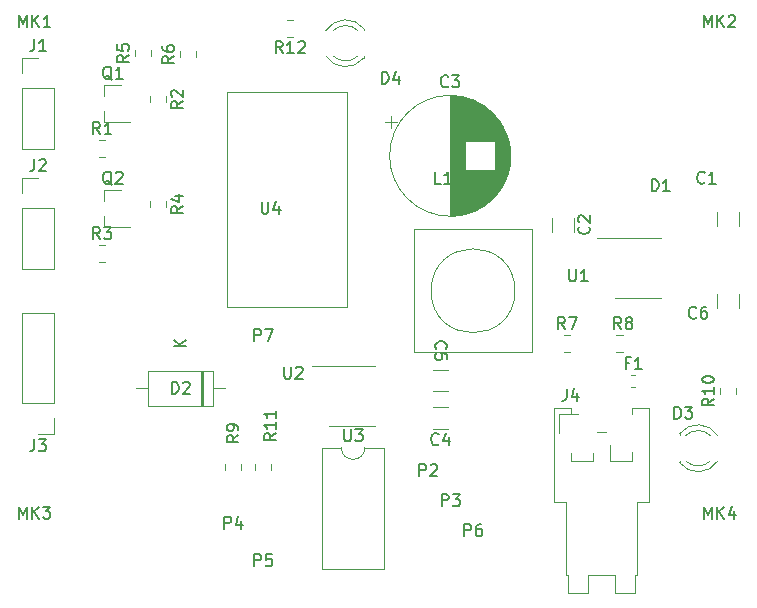
<source format=gto>
G04 #@! TF.GenerationSoftware,KiCad,Pcbnew,(5.1.5)-3*
G04 #@! TF.CreationDate,2020-03-15T22:36:38-07:00*
G04 #@! TF.ProjectId,pihat,70696861-742e-46b6-9963-61645f706362,rev?*
G04 #@! TF.SameCoordinates,Original*
G04 #@! TF.FileFunction,Legend,Top*
G04 #@! TF.FilePolarity,Positive*
%FSLAX46Y46*%
G04 Gerber Fmt 4.6, Leading zero omitted, Abs format (unit mm)*
G04 Created by KiCad (PCBNEW (5.1.5)-3) date 2020-03-15 22:36:38*
%MOMM*%
%LPD*%
G04 APERTURE LIST*
%ADD10C,0.120000*%
%ADD11C,0.150000*%
G04 APERTURE END LIST*
D10*
X229985000Y-125380000D02*
X219785000Y-125380000D01*
X229985000Y-107180000D02*
X229985000Y-125380000D01*
X219785000Y-107180000D02*
X229985000Y-107180000D01*
X219785000Y-125380000D02*
X219785000Y-107180000D01*
X235640000Y-128920000D02*
X235640000Y-129120000D01*
X245640000Y-128920000D02*
X245640000Y-129120000D01*
X235640000Y-118720000D02*
X240640000Y-118720000D01*
X235640000Y-128920000D02*
X235640000Y-118720000D01*
X245640000Y-129120000D02*
X235640000Y-129120000D01*
X245640000Y-118720000D02*
X245640000Y-128920000D01*
X240640000Y-118720000D02*
X245640000Y-118720000D01*
X244190000Y-123970000D02*
G75*
G03X244190000Y-123970000I-3550000J0D01*
G01*
X237280436Y-132495000D02*
X238484564Y-132495000D01*
X237280436Y-130675000D02*
X238484564Y-130675000D01*
X254610000Y-119500000D02*
X251160000Y-119500000D01*
X254610000Y-119500000D02*
X256560000Y-119500000D01*
X254610000Y-124620000D02*
X252660000Y-124620000D01*
X254610000Y-124620000D02*
X256560000Y-124620000D01*
X219610000Y-138613922D02*
X219610000Y-139131078D01*
X221030000Y-138613922D02*
X221030000Y-139131078D01*
X252778922Y-129120000D02*
X253296078Y-129120000D01*
X252778922Y-127700000D02*
X253296078Y-127700000D01*
X248333922Y-129120000D02*
X248851078Y-129120000D01*
X248333922Y-127700000D02*
X248851078Y-127700000D01*
X217220000Y-104206078D02*
X217220000Y-103688922D01*
X215800000Y-104206078D02*
X215800000Y-103688922D01*
X213410000Y-104098578D02*
X213410000Y-103581422D01*
X211990000Y-104098578D02*
X211990000Y-103581422D01*
X213260000Y-116388922D02*
X213260000Y-116906078D01*
X214680000Y-116388922D02*
X214680000Y-116906078D01*
X208963922Y-121500000D02*
X209481078Y-121500000D01*
X208963922Y-120080000D02*
X209481078Y-120080000D01*
X213260000Y-107498922D02*
X213260000Y-108016078D01*
X214680000Y-107498922D02*
X214680000Y-108016078D01*
X208963922Y-112610000D02*
X209481078Y-112610000D01*
X208963922Y-111190000D02*
X209481078Y-111190000D01*
X238484564Y-133850000D02*
X237280436Y-133850000D01*
X238484564Y-135670000D02*
X237280436Y-135670000D01*
X247350000Y-117777936D02*
X247350000Y-118982064D01*
X249170000Y-117777936D02*
X249170000Y-118982064D01*
X233130000Y-137240000D02*
X231480000Y-137240000D01*
X233130000Y-147520000D02*
X233130000Y-137240000D01*
X227830000Y-147520000D02*
X233130000Y-147520000D01*
X227830000Y-137240000D02*
X227830000Y-147520000D01*
X229480000Y-137240000D02*
X227830000Y-137240000D01*
X231480000Y-137240000D02*
G75*
G02X229480000Y-137240000I-1000000J0D01*
G01*
X233715354Y-109160000D02*
X233715354Y-110160000D01*
X233215354Y-109660000D02*
X234215354Y-109660000D01*
X243776000Y-111936000D02*
X243776000Y-113134000D01*
X243736000Y-111673000D02*
X243736000Y-113397000D01*
X243696000Y-111473000D02*
X243696000Y-113597000D01*
X243656000Y-111305000D02*
X243656000Y-113765000D01*
X243616000Y-111157000D02*
X243616000Y-113913000D01*
X243576000Y-111025000D02*
X243576000Y-114045000D01*
X243536000Y-110905000D02*
X243536000Y-114165000D01*
X243496000Y-110793000D02*
X243496000Y-114277000D01*
X243456000Y-110689000D02*
X243456000Y-114381000D01*
X243416000Y-110591000D02*
X243416000Y-114479000D01*
X243376000Y-110498000D02*
X243376000Y-114572000D01*
X243336000Y-110410000D02*
X243336000Y-114660000D01*
X243296000Y-110326000D02*
X243296000Y-114744000D01*
X243256000Y-110246000D02*
X243256000Y-114824000D01*
X243216000Y-110170000D02*
X243216000Y-114900000D01*
X243176000Y-110096000D02*
X243176000Y-114974000D01*
X243136000Y-110025000D02*
X243136000Y-115045000D01*
X243096000Y-109956000D02*
X243096000Y-115114000D01*
X243056000Y-109890000D02*
X243056000Y-115180000D01*
X243016000Y-109826000D02*
X243016000Y-115244000D01*
X242976000Y-109765000D02*
X242976000Y-115305000D01*
X242936000Y-109705000D02*
X242936000Y-115365000D01*
X242896000Y-109646000D02*
X242896000Y-115424000D01*
X242856000Y-109590000D02*
X242856000Y-115480000D01*
X242816000Y-109535000D02*
X242816000Y-115535000D01*
X242776000Y-109481000D02*
X242776000Y-115589000D01*
X242736000Y-109429000D02*
X242736000Y-115641000D01*
X242696000Y-109379000D02*
X242696000Y-115691000D01*
X242656000Y-109329000D02*
X242656000Y-115741000D01*
X242616000Y-109281000D02*
X242616000Y-115789000D01*
X242576000Y-109234000D02*
X242576000Y-115836000D01*
X242536000Y-109188000D02*
X242536000Y-115882000D01*
X242496000Y-109143000D02*
X242496000Y-115927000D01*
X242456000Y-109099000D02*
X242456000Y-115971000D01*
X242416000Y-113776000D02*
X242416000Y-116013000D01*
X242416000Y-109057000D02*
X242416000Y-111294000D01*
X242376000Y-113776000D02*
X242376000Y-116055000D01*
X242376000Y-109015000D02*
X242376000Y-111294000D01*
X242336000Y-113776000D02*
X242336000Y-116096000D01*
X242336000Y-108974000D02*
X242336000Y-111294000D01*
X242296000Y-113776000D02*
X242296000Y-116136000D01*
X242296000Y-108934000D02*
X242296000Y-111294000D01*
X242256000Y-113776000D02*
X242256000Y-116175000D01*
X242256000Y-108895000D02*
X242256000Y-111294000D01*
X242216000Y-113776000D02*
X242216000Y-116214000D01*
X242216000Y-108856000D02*
X242216000Y-111294000D01*
X242176000Y-113776000D02*
X242176000Y-116251000D01*
X242176000Y-108819000D02*
X242176000Y-111294000D01*
X242136000Y-113776000D02*
X242136000Y-116288000D01*
X242136000Y-108782000D02*
X242136000Y-111294000D01*
X242096000Y-113776000D02*
X242096000Y-116324000D01*
X242096000Y-108746000D02*
X242096000Y-111294000D01*
X242056000Y-113776000D02*
X242056000Y-116359000D01*
X242056000Y-108711000D02*
X242056000Y-111294000D01*
X242016000Y-113776000D02*
X242016000Y-116393000D01*
X242016000Y-108677000D02*
X242016000Y-111294000D01*
X241976000Y-113776000D02*
X241976000Y-116427000D01*
X241976000Y-108643000D02*
X241976000Y-111294000D01*
X241936000Y-113776000D02*
X241936000Y-116460000D01*
X241936000Y-108610000D02*
X241936000Y-111294000D01*
X241896000Y-113776000D02*
X241896000Y-116492000D01*
X241896000Y-108578000D02*
X241896000Y-111294000D01*
X241856000Y-113776000D02*
X241856000Y-116524000D01*
X241856000Y-108546000D02*
X241856000Y-111294000D01*
X241816000Y-113776000D02*
X241816000Y-116555000D01*
X241816000Y-108515000D02*
X241816000Y-111294000D01*
X241776000Y-113776000D02*
X241776000Y-116585000D01*
X241776000Y-108485000D02*
X241776000Y-111294000D01*
X241736000Y-113776000D02*
X241736000Y-116615000D01*
X241736000Y-108455000D02*
X241736000Y-111294000D01*
X241696000Y-113776000D02*
X241696000Y-116645000D01*
X241696000Y-108425000D02*
X241696000Y-111294000D01*
X241656000Y-113776000D02*
X241656000Y-116673000D01*
X241656000Y-108397000D02*
X241656000Y-111294000D01*
X241616000Y-113776000D02*
X241616000Y-116701000D01*
X241616000Y-108369000D02*
X241616000Y-111294000D01*
X241576000Y-113776000D02*
X241576000Y-116729000D01*
X241576000Y-108341000D02*
X241576000Y-111294000D01*
X241536000Y-113776000D02*
X241536000Y-116756000D01*
X241536000Y-108314000D02*
X241536000Y-111294000D01*
X241496000Y-113776000D02*
X241496000Y-116782000D01*
X241496000Y-108288000D02*
X241496000Y-111294000D01*
X241456000Y-113776000D02*
X241456000Y-116808000D01*
X241456000Y-108262000D02*
X241456000Y-111294000D01*
X241416000Y-113776000D02*
X241416000Y-116833000D01*
X241416000Y-108237000D02*
X241416000Y-111294000D01*
X241376000Y-113776000D02*
X241376000Y-116858000D01*
X241376000Y-108212000D02*
X241376000Y-111294000D01*
X241336000Y-113776000D02*
X241336000Y-116882000D01*
X241336000Y-108188000D02*
X241336000Y-111294000D01*
X241296000Y-113776000D02*
X241296000Y-116906000D01*
X241296000Y-108164000D02*
X241296000Y-111294000D01*
X241256000Y-113776000D02*
X241256000Y-116930000D01*
X241256000Y-108140000D02*
X241256000Y-111294000D01*
X241216000Y-113776000D02*
X241216000Y-116952000D01*
X241216000Y-108118000D02*
X241216000Y-111294000D01*
X241176000Y-113776000D02*
X241176000Y-116975000D01*
X241176000Y-108095000D02*
X241176000Y-111294000D01*
X241136000Y-113776000D02*
X241136000Y-116997000D01*
X241136000Y-108073000D02*
X241136000Y-111294000D01*
X241096000Y-113776000D02*
X241096000Y-117018000D01*
X241096000Y-108052000D02*
X241096000Y-111294000D01*
X241056000Y-113776000D02*
X241056000Y-117039000D01*
X241056000Y-108031000D02*
X241056000Y-111294000D01*
X241016000Y-113776000D02*
X241016000Y-117060000D01*
X241016000Y-108010000D02*
X241016000Y-111294000D01*
X240976000Y-113776000D02*
X240976000Y-117080000D01*
X240976000Y-107990000D02*
X240976000Y-111294000D01*
X240936000Y-113776000D02*
X240936000Y-117099000D01*
X240936000Y-107971000D02*
X240936000Y-111294000D01*
X240896000Y-113776000D02*
X240896000Y-117119000D01*
X240896000Y-107951000D02*
X240896000Y-111294000D01*
X240856000Y-113776000D02*
X240856000Y-117138000D01*
X240856000Y-107932000D02*
X240856000Y-111294000D01*
X240816000Y-113776000D02*
X240816000Y-117156000D01*
X240816000Y-107914000D02*
X240816000Y-111294000D01*
X240776000Y-113776000D02*
X240776000Y-117174000D01*
X240776000Y-107896000D02*
X240776000Y-111294000D01*
X240736000Y-113776000D02*
X240736000Y-117192000D01*
X240736000Y-107878000D02*
X240736000Y-111294000D01*
X240696000Y-113776000D02*
X240696000Y-117209000D01*
X240696000Y-107861000D02*
X240696000Y-111294000D01*
X240656000Y-113776000D02*
X240656000Y-117225000D01*
X240656000Y-107845000D02*
X240656000Y-111294000D01*
X240616000Y-113776000D02*
X240616000Y-117242000D01*
X240616000Y-107828000D02*
X240616000Y-111294000D01*
X240576000Y-113776000D02*
X240576000Y-117258000D01*
X240576000Y-107812000D02*
X240576000Y-111294000D01*
X240536000Y-113776000D02*
X240536000Y-117273000D01*
X240536000Y-107797000D02*
X240536000Y-111294000D01*
X240496000Y-113776000D02*
X240496000Y-117289000D01*
X240496000Y-107781000D02*
X240496000Y-111294000D01*
X240456000Y-113776000D02*
X240456000Y-117303000D01*
X240456000Y-107767000D02*
X240456000Y-111294000D01*
X240416000Y-113776000D02*
X240416000Y-117318000D01*
X240416000Y-107752000D02*
X240416000Y-111294000D01*
X240376000Y-113776000D02*
X240376000Y-117332000D01*
X240376000Y-107738000D02*
X240376000Y-111294000D01*
X240336000Y-113776000D02*
X240336000Y-117346000D01*
X240336000Y-107724000D02*
X240336000Y-111294000D01*
X240296000Y-113776000D02*
X240296000Y-117359000D01*
X240296000Y-107711000D02*
X240296000Y-111294000D01*
X240256000Y-113776000D02*
X240256000Y-117372000D01*
X240256000Y-107698000D02*
X240256000Y-111294000D01*
X240216000Y-113776000D02*
X240216000Y-117385000D01*
X240216000Y-107685000D02*
X240216000Y-111294000D01*
X240176000Y-113776000D02*
X240176000Y-117397000D01*
X240176000Y-107673000D02*
X240176000Y-111294000D01*
X240136000Y-113776000D02*
X240136000Y-117409000D01*
X240136000Y-107661000D02*
X240136000Y-111294000D01*
X240096000Y-113776000D02*
X240096000Y-117420000D01*
X240096000Y-107650000D02*
X240096000Y-111294000D01*
X240056000Y-113776000D02*
X240056000Y-117432000D01*
X240056000Y-107638000D02*
X240056000Y-111294000D01*
X240016000Y-113776000D02*
X240016000Y-117442000D01*
X240016000Y-107628000D02*
X240016000Y-111294000D01*
X239976000Y-113776000D02*
X239976000Y-117453000D01*
X239976000Y-107617000D02*
X239976000Y-111294000D01*
X239936000Y-107607000D02*
X239936000Y-117463000D01*
X239896000Y-107597000D02*
X239896000Y-117473000D01*
X239856000Y-107588000D02*
X239856000Y-117482000D01*
X239816000Y-107579000D02*
X239816000Y-117491000D01*
X239776000Y-107570000D02*
X239776000Y-117500000D01*
X239736000Y-107561000D02*
X239736000Y-117509000D01*
X239696000Y-107553000D02*
X239696000Y-117517000D01*
X239656000Y-107545000D02*
X239656000Y-117525000D01*
X239616000Y-107538000D02*
X239616000Y-117532000D01*
X239576000Y-107531000D02*
X239576000Y-117539000D01*
X239536000Y-107524000D02*
X239536000Y-117546000D01*
X239496000Y-107517000D02*
X239496000Y-117553000D01*
X239456000Y-107511000D02*
X239456000Y-117559000D01*
X239416000Y-107505000D02*
X239416000Y-117565000D01*
X239375000Y-107500000D02*
X239375000Y-117570000D01*
X239335000Y-107495000D02*
X239335000Y-117575000D01*
X239295000Y-107490000D02*
X239295000Y-117580000D01*
X239255000Y-107485000D02*
X239255000Y-117585000D01*
X239215000Y-107481000D02*
X239215000Y-117589000D01*
X239175000Y-107477000D02*
X239175000Y-117593000D01*
X239135000Y-107473000D02*
X239135000Y-117597000D01*
X239095000Y-107470000D02*
X239095000Y-117600000D01*
X239055000Y-107467000D02*
X239055000Y-117603000D01*
X239015000Y-107465000D02*
X239015000Y-117605000D01*
X238975000Y-107462000D02*
X238975000Y-117608000D01*
X238935000Y-107460000D02*
X238935000Y-117610000D01*
X238895000Y-107458000D02*
X238895000Y-117612000D01*
X238855000Y-107457000D02*
X238855000Y-117613000D01*
X238815000Y-107456000D02*
X238815000Y-117614000D01*
X238775000Y-107455000D02*
X238775000Y-117615000D01*
X238735000Y-107455000D02*
X238735000Y-117615000D01*
X238695000Y-107455000D02*
X238695000Y-117615000D01*
X243815000Y-112535000D02*
G75*
G03X243815000Y-112535000I-5120000J0D01*
G01*
X230415000Y-130295000D02*
X226965000Y-130295000D01*
X230415000Y-130295000D02*
X232365000Y-130295000D01*
X230415000Y-135415000D02*
X228465000Y-135415000D01*
X230415000Y-135415000D02*
X232365000Y-135415000D01*
X205140000Y-136090000D02*
X203810000Y-136090000D01*
X205140000Y-134760000D02*
X205140000Y-136090000D01*
X205140000Y-133490000D02*
X202480000Y-133490000D01*
X202480000Y-133490000D02*
X202480000Y-125810000D01*
X205140000Y-133490000D02*
X205140000Y-125810000D01*
X205140000Y-125810000D02*
X202480000Y-125810000D01*
X202480000Y-114380000D02*
X203810000Y-114380000D01*
X202480000Y-115710000D02*
X202480000Y-114380000D01*
X202480000Y-116980000D02*
X205140000Y-116980000D01*
X205140000Y-116980000D02*
X205140000Y-122120000D01*
X202480000Y-116980000D02*
X202480000Y-122120000D01*
X202480000Y-122120000D02*
X205140000Y-122120000D01*
X202480000Y-104220000D02*
X203810000Y-104220000D01*
X202480000Y-105550000D02*
X202480000Y-104220000D01*
X202480000Y-106820000D02*
X205140000Y-106820000D01*
X205140000Y-106820000D02*
X205140000Y-111960000D01*
X202480000Y-106820000D02*
X202480000Y-111960000D01*
X202480000Y-111960000D02*
X205140000Y-111960000D01*
X209400000Y-106510000D02*
X210860000Y-106510000D01*
X209400000Y-109670000D02*
X211560000Y-109670000D01*
X209400000Y-109670000D02*
X209400000Y-108740000D01*
X209400000Y-106510000D02*
X209400000Y-107440000D01*
X209400000Y-115400000D02*
X210860000Y-115400000D01*
X209400000Y-118560000D02*
X211560000Y-118560000D01*
X209400000Y-118560000D02*
X209400000Y-117630000D01*
X209400000Y-115400000D02*
X209400000Y-116330000D01*
X248520000Y-141840000D02*
X248520000Y-148040000D01*
X248520000Y-148040000D02*
X248710000Y-148040000D01*
X254060000Y-134430000D02*
X254060000Y-133920000D01*
X254060000Y-133920000D02*
X255550000Y-133920000D01*
X255550000Y-133920000D02*
X255550000Y-141840000D01*
X255550000Y-141840000D02*
X254500000Y-141840000D01*
X254060000Y-138420000D02*
X254060000Y-137630000D01*
X248520000Y-141840000D02*
X247470000Y-141840000D01*
X247470000Y-141840000D02*
X247470000Y-133920000D01*
X247470000Y-133920000D02*
X248960000Y-133920000D01*
X248960000Y-133920000D02*
X248960000Y-134420000D01*
X248960000Y-137730000D02*
X248960000Y-138420000D01*
X254310000Y-148040000D02*
X254500000Y-148040000D01*
X254500000Y-148040000D02*
X254500000Y-141840000D01*
X248950000Y-138420000D02*
X250790000Y-138420000D01*
X252230000Y-138420000D02*
X254070000Y-138420000D01*
X248710000Y-148040000D02*
X248710000Y-149540000D01*
X248710000Y-149540000D02*
X250350000Y-149540000D01*
X250350000Y-149540000D02*
X250350000Y-148040000D01*
X250790000Y-138420000D02*
X250790000Y-137730000D01*
X251140000Y-135920000D02*
X251880000Y-135920000D01*
X252230000Y-137030000D02*
X252230000Y-138420000D01*
X252670000Y-148040000D02*
X252670000Y-149540000D01*
X252670000Y-149540000D02*
X254310000Y-149540000D01*
X254310000Y-149540000D02*
X254310000Y-148040000D01*
X250350000Y-148040000D02*
X252670000Y-148040000D01*
X249530000Y-134420000D02*
X247920000Y-134420000D01*
X247920000Y-134420000D02*
X247920000Y-136030000D01*
X218595000Y-133690000D02*
X218595000Y-130750000D01*
X218595000Y-130750000D02*
X213155000Y-130750000D01*
X213155000Y-130750000D02*
X213155000Y-133690000D01*
X213155000Y-133690000D02*
X218595000Y-133690000D01*
X219615000Y-132220000D02*
X218595000Y-132220000D01*
X212135000Y-132220000D02*
X213155000Y-132220000D01*
X217695000Y-133690000D02*
X217695000Y-130750000D01*
X217575000Y-133690000D02*
X217575000Y-130750000D01*
X217815000Y-133690000D02*
X217815000Y-130750000D01*
X223570000Y-138613922D02*
X223570000Y-139131078D01*
X222150000Y-138613922D02*
X222150000Y-139131078D01*
X261362335Y-136221392D02*
G75*
G03X258130000Y-136064484I-1672335J-1078608D01*
G01*
X261362335Y-138378608D02*
G75*
G02X258130000Y-138535516I-1672335J1078608D01*
G01*
X260731130Y-136220163D02*
G75*
G03X258649039Y-136220000I-1041130J-1079837D01*
G01*
X260731130Y-138379837D02*
G75*
G02X258649039Y-138380000I-1041130J1079837D01*
G01*
X258130000Y-136064000D02*
X258130000Y-136220000D01*
X258130000Y-138380000D02*
X258130000Y-138536000D01*
X261520000Y-132726252D02*
X261520000Y-132203748D01*
X262940000Y-132726252D02*
X262940000Y-132203748D01*
X228172665Y-104088608D02*
G75*
G03X231405000Y-104245516I1672335J1078608D01*
G01*
X228172665Y-101931392D02*
G75*
G02X231405000Y-101774484I1672335J-1078608D01*
G01*
X228803870Y-104089837D02*
G75*
G03X230885961Y-104090000I1041130J1079837D01*
G01*
X228803870Y-101930163D02*
G75*
G02X230885961Y-101930000I1041130J-1079837D01*
G01*
X231405000Y-104246000D02*
X231405000Y-104090000D01*
X231405000Y-101930000D02*
X231405000Y-101774000D01*
X225416252Y-102450000D02*
X224893748Y-102450000D01*
X225416252Y-101030000D02*
X224893748Y-101030000D01*
X261320000Y-118462064D02*
X261320000Y-117257936D01*
X263140000Y-118462064D02*
X263140000Y-117257936D01*
X263140000Y-125419564D02*
X263140000Y-124215436D01*
X261320000Y-125419564D02*
X261320000Y-124215436D01*
X254043733Y-131075000D02*
X254386267Y-131075000D01*
X254043733Y-132095000D02*
X254386267Y-132095000D01*
D11*
X222733095Y-116432380D02*
X222733095Y-117241904D01*
X222780714Y-117337142D01*
X222828333Y-117384761D01*
X222923571Y-117432380D01*
X223114047Y-117432380D01*
X223209285Y-117384761D01*
X223256904Y-117337142D01*
X223304523Y-117241904D01*
X223304523Y-116432380D01*
X224209285Y-116765714D02*
X224209285Y-117432380D01*
X223971190Y-116384761D02*
X223733095Y-117099047D01*
X224352142Y-117099047D01*
X237933333Y-114892380D02*
X237457142Y-114892380D01*
X237457142Y-113892380D01*
X238790476Y-114892380D02*
X238219047Y-114892380D01*
X238504761Y-114892380D02*
X238504761Y-113892380D01*
X238409523Y-114035238D01*
X238314285Y-114130476D01*
X238219047Y-114178095D01*
X239901904Y-144737380D02*
X239901904Y-143737380D01*
X240282857Y-143737380D01*
X240378095Y-143785000D01*
X240425714Y-143832619D01*
X240473333Y-143927857D01*
X240473333Y-144070714D01*
X240425714Y-144165952D01*
X240378095Y-144213571D01*
X240282857Y-144261190D01*
X239901904Y-144261190D01*
X241330476Y-143737380D02*
X241140000Y-143737380D01*
X241044761Y-143785000D01*
X240997142Y-143832619D01*
X240901904Y-143975476D01*
X240854285Y-144165952D01*
X240854285Y-144546904D01*
X240901904Y-144642142D01*
X240949523Y-144689761D01*
X241044761Y-144737380D01*
X241235238Y-144737380D01*
X241330476Y-144689761D01*
X241378095Y-144642142D01*
X241425714Y-144546904D01*
X241425714Y-144308809D01*
X241378095Y-144213571D01*
X241330476Y-144165952D01*
X241235238Y-144118333D01*
X241044761Y-144118333D01*
X240949523Y-144165952D01*
X240901904Y-144213571D01*
X240854285Y-144308809D01*
X222121904Y-147277380D02*
X222121904Y-146277380D01*
X222502857Y-146277380D01*
X222598095Y-146325000D01*
X222645714Y-146372619D01*
X222693333Y-146467857D01*
X222693333Y-146610714D01*
X222645714Y-146705952D01*
X222598095Y-146753571D01*
X222502857Y-146801190D01*
X222121904Y-146801190D01*
X223598095Y-146277380D02*
X223121904Y-146277380D01*
X223074285Y-146753571D01*
X223121904Y-146705952D01*
X223217142Y-146658333D01*
X223455238Y-146658333D01*
X223550476Y-146705952D01*
X223598095Y-146753571D01*
X223645714Y-146848809D01*
X223645714Y-147086904D01*
X223598095Y-147182142D01*
X223550476Y-147229761D01*
X223455238Y-147277380D01*
X223217142Y-147277380D01*
X223121904Y-147229761D01*
X223074285Y-147182142D01*
X219581904Y-144102380D02*
X219581904Y-143102380D01*
X219962857Y-143102380D01*
X220058095Y-143150000D01*
X220105714Y-143197619D01*
X220153333Y-143292857D01*
X220153333Y-143435714D01*
X220105714Y-143530952D01*
X220058095Y-143578571D01*
X219962857Y-143626190D01*
X219581904Y-143626190D01*
X221010476Y-143435714D02*
X221010476Y-144102380D01*
X220772380Y-143054761D02*
X220534285Y-143769047D01*
X221153333Y-143769047D01*
X237996904Y-142197380D02*
X237996904Y-141197380D01*
X238377857Y-141197380D01*
X238473095Y-141245000D01*
X238520714Y-141292619D01*
X238568333Y-141387857D01*
X238568333Y-141530714D01*
X238520714Y-141625952D01*
X238473095Y-141673571D01*
X238377857Y-141721190D01*
X237996904Y-141721190D01*
X238901666Y-141197380D02*
X239520714Y-141197380D01*
X239187380Y-141578333D01*
X239330238Y-141578333D01*
X239425476Y-141625952D01*
X239473095Y-141673571D01*
X239520714Y-141768809D01*
X239520714Y-142006904D01*
X239473095Y-142102142D01*
X239425476Y-142149761D01*
X239330238Y-142197380D01*
X239044523Y-142197380D01*
X238949285Y-142149761D01*
X238901666Y-142102142D01*
X236091904Y-139657380D02*
X236091904Y-138657380D01*
X236472857Y-138657380D01*
X236568095Y-138705000D01*
X236615714Y-138752619D01*
X236663333Y-138847857D01*
X236663333Y-138990714D01*
X236615714Y-139085952D01*
X236568095Y-139133571D01*
X236472857Y-139181190D01*
X236091904Y-139181190D01*
X237044285Y-138752619D02*
X237091904Y-138705000D01*
X237187142Y-138657380D01*
X237425238Y-138657380D01*
X237520476Y-138705000D01*
X237568095Y-138752619D01*
X237615714Y-138847857D01*
X237615714Y-138943095D01*
X237568095Y-139085952D01*
X236996666Y-139657380D01*
X237615714Y-139657380D01*
X237525357Y-128878333D02*
X237477738Y-128830714D01*
X237430119Y-128687857D01*
X237430119Y-128592619D01*
X237477738Y-128449761D01*
X237572976Y-128354523D01*
X237668214Y-128306904D01*
X237858690Y-128259285D01*
X238001547Y-128259285D01*
X238192023Y-128306904D01*
X238287261Y-128354523D01*
X238382500Y-128449761D01*
X238430119Y-128592619D01*
X238430119Y-128687857D01*
X238382500Y-128830714D01*
X238334880Y-128878333D01*
X238430119Y-129783095D02*
X238430119Y-129306904D01*
X237953928Y-129259285D01*
X238001547Y-129306904D01*
X238049166Y-129402142D01*
X238049166Y-129640238D01*
X238001547Y-129735476D01*
X237953928Y-129783095D01*
X237858690Y-129830714D01*
X237620595Y-129830714D01*
X237525357Y-129783095D01*
X237477738Y-129735476D01*
X237430119Y-129640238D01*
X237430119Y-129402142D01*
X237477738Y-129306904D01*
X237525357Y-129259285D01*
X248768095Y-122147380D02*
X248768095Y-122956904D01*
X248815714Y-123052142D01*
X248863333Y-123099761D01*
X248958571Y-123147380D01*
X249149047Y-123147380D01*
X249244285Y-123099761D01*
X249291904Y-123052142D01*
X249339523Y-122956904D01*
X249339523Y-122147380D01*
X250339523Y-123147380D02*
X249768095Y-123147380D01*
X250053809Y-123147380D02*
X250053809Y-122147380D01*
X249958571Y-122290238D01*
X249863333Y-122385476D01*
X249768095Y-122433095D01*
X220772380Y-136196666D02*
X220296190Y-136530000D01*
X220772380Y-136768095D02*
X219772380Y-136768095D01*
X219772380Y-136387142D01*
X219820000Y-136291904D01*
X219867619Y-136244285D01*
X219962857Y-136196666D01*
X220105714Y-136196666D01*
X220200952Y-136244285D01*
X220248571Y-136291904D01*
X220296190Y-136387142D01*
X220296190Y-136768095D01*
X220772380Y-135720476D02*
X220772380Y-135530000D01*
X220724761Y-135434761D01*
X220677142Y-135387142D01*
X220534285Y-135291904D01*
X220343809Y-135244285D01*
X219962857Y-135244285D01*
X219867619Y-135291904D01*
X219820000Y-135339523D01*
X219772380Y-135434761D01*
X219772380Y-135625238D01*
X219820000Y-135720476D01*
X219867619Y-135768095D01*
X219962857Y-135815714D01*
X220200952Y-135815714D01*
X220296190Y-135768095D01*
X220343809Y-135720476D01*
X220391428Y-135625238D01*
X220391428Y-135434761D01*
X220343809Y-135339523D01*
X220296190Y-135291904D01*
X220200952Y-135244285D01*
X253173333Y-127212380D02*
X252840000Y-126736190D01*
X252601904Y-127212380D02*
X252601904Y-126212380D01*
X252982857Y-126212380D01*
X253078095Y-126260000D01*
X253125714Y-126307619D01*
X253173333Y-126402857D01*
X253173333Y-126545714D01*
X253125714Y-126640952D01*
X253078095Y-126688571D01*
X252982857Y-126736190D01*
X252601904Y-126736190D01*
X253744761Y-126640952D02*
X253649523Y-126593333D01*
X253601904Y-126545714D01*
X253554285Y-126450476D01*
X253554285Y-126402857D01*
X253601904Y-126307619D01*
X253649523Y-126260000D01*
X253744761Y-126212380D01*
X253935238Y-126212380D01*
X254030476Y-126260000D01*
X254078095Y-126307619D01*
X254125714Y-126402857D01*
X254125714Y-126450476D01*
X254078095Y-126545714D01*
X254030476Y-126593333D01*
X253935238Y-126640952D01*
X253744761Y-126640952D01*
X253649523Y-126688571D01*
X253601904Y-126736190D01*
X253554285Y-126831428D01*
X253554285Y-127021904D01*
X253601904Y-127117142D01*
X253649523Y-127164761D01*
X253744761Y-127212380D01*
X253935238Y-127212380D01*
X254030476Y-127164761D01*
X254078095Y-127117142D01*
X254125714Y-127021904D01*
X254125714Y-126831428D01*
X254078095Y-126736190D01*
X254030476Y-126688571D01*
X253935238Y-126640952D01*
X248425833Y-127212380D02*
X248092500Y-126736190D01*
X247854404Y-127212380D02*
X247854404Y-126212380D01*
X248235357Y-126212380D01*
X248330595Y-126260000D01*
X248378214Y-126307619D01*
X248425833Y-126402857D01*
X248425833Y-126545714D01*
X248378214Y-126640952D01*
X248330595Y-126688571D01*
X248235357Y-126736190D01*
X247854404Y-126736190D01*
X248759166Y-126212380D02*
X249425833Y-126212380D01*
X248997261Y-127212380D01*
X215312380Y-104114166D02*
X214836190Y-104447500D01*
X215312380Y-104685595D02*
X214312380Y-104685595D01*
X214312380Y-104304642D01*
X214360000Y-104209404D01*
X214407619Y-104161785D01*
X214502857Y-104114166D01*
X214645714Y-104114166D01*
X214740952Y-104161785D01*
X214788571Y-104209404D01*
X214836190Y-104304642D01*
X214836190Y-104685595D01*
X214312380Y-103257023D02*
X214312380Y-103447500D01*
X214360000Y-103542738D01*
X214407619Y-103590357D01*
X214550476Y-103685595D01*
X214740952Y-103733214D01*
X215121904Y-103733214D01*
X215217142Y-103685595D01*
X215264761Y-103637976D01*
X215312380Y-103542738D01*
X215312380Y-103352261D01*
X215264761Y-103257023D01*
X215217142Y-103209404D01*
X215121904Y-103161785D01*
X214883809Y-103161785D01*
X214788571Y-103209404D01*
X214740952Y-103257023D01*
X214693333Y-103352261D01*
X214693333Y-103542738D01*
X214740952Y-103637976D01*
X214788571Y-103685595D01*
X214883809Y-103733214D01*
X211502380Y-104006666D02*
X211026190Y-104340000D01*
X211502380Y-104578095D02*
X210502380Y-104578095D01*
X210502380Y-104197142D01*
X210550000Y-104101904D01*
X210597619Y-104054285D01*
X210692857Y-104006666D01*
X210835714Y-104006666D01*
X210930952Y-104054285D01*
X210978571Y-104101904D01*
X211026190Y-104197142D01*
X211026190Y-104578095D01*
X210502380Y-103101904D02*
X210502380Y-103578095D01*
X210978571Y-103625714D01*
X210930952Y-103578095D01*
X210883333Y-103482857D01*
X210883333Y-103244761D01*
X210930952Y-103149523D01*
X210978571Y-103101904D01*
X211073809Y-103054285D01*
X211311904Y-103054285D01*
X211407142Y-103101904D01*
X211454761Y-103149523D01*
X211502380Y-103244761D01*
X211502380Y-103482857D01*
X211454761Y-103578095D01*
X211407142Y-103625714D01*
X216072380Y-116814166D02*
X215596190Y-117147500D01*
X216072380Y-117385595D02*
X215072380Y-117385595D01*
X215072380Y-117004642D01*
X215120000Y-116909404D01*
X215167619Y-116861785D01*
X215262857Y-116814166D01*
X215405714Y-116814166D01*
X215500952Y-116861785D01*
X215548571Y-116909404D01*
X215596190Y-117004642D01*
X215596190Y-117385595D01*
X215405714Y-115957023D02*
X216072380Y-115957023D01*
X215024761Y-116195119D02*
X215739047Y-116433214D01*
X215739047Y-115814166D01*
X209055833Y-119592380D02*
X208722500Y-119116190D01*
X208484404Y-119592380D02*
X208484404Y-118592380D01*
X208865357Y-118592380D01*
X208960595Y-118640000D01*
X209008214Y-118687619D01*
X209055833Y-118782857D01*
X209055833Y-118925714D01*
X209008214Y-119020952D01*
X208960595Y-119068571D01*
X208865357Y-119116190D01*
X208484404Y-119116190D01*
X209389166Y-118592380D02*
X210008214Y-118592380D01*
X209674880Y-118973333D01*
X209817738Y-118973333D01*
X209912976Y-119020952D01*
X209960595Y-119068571D01*
X210008214Y-119163809D01*
X210008214Y-119401904D01*
X209960595Y-119497142D01*
X209912976Y-119544761D01*
X209817738Y-119592380D01*
X209532023Y-119592380D01*
X209436785Y-119544761D01*
X209389166Y-119497142D01*
X216072380Y-107924166D02*
X215596190Y-108257500D01*
X216072380Y-108495595D02*
X215072380Y-108495595D01*
X215072380Y-108114642D01*
X215120000Y-108019404D01*
X215167619Y-107971785D01*
X215262857Y-107924166D01*
X215405714Y-107924166D01*
X215500952Y-107971785D01*
X215548571Y-108019404D01*
X215596190Y-108114642D01*
X215596190Y-108495595D01*
X215167619Y-107543214D02*
X215120000Y-107495595D01*
X215072380Y-107400357D01*
X215072380Y-107162261D01*
X215120000Y-107067023D01*
X215167619Y-107019404D01*
X215262857Y-106971785D01*
X215358095Y-106971785D01*
X215500952Y-107019404D01*
X216072380Y-107590833D01*
X216072380Y-106971785D01*
X209055833Y-110702380D02*
X208722500Y-110226190D01*
X208484404Y-110702380D02*
X208484404Y-109702380D01*
X208865357Y-109702380D01*
X208960595Y-109750000D01*
X209008214Y-109797619D01*
X209055833Y-109892857D01*
X209055833Y-110035714D01*
X209008214Y-110130952D01*
X208960595Y-110178571D01*
X208865357Y-110226190D01*
X208484404Y-110226190D01*
X210008214Y-110702380D02*
X209436785Y-110702380D01*
X209722500Y-110702380D02*
X209722500Y-109702380D01*
X209627261Y-109845238D01*
X209532023Y-109940476D01*
X209436785Y-109988095D01*
X237715833Y-136937142D02*
X237668214Y-136984761D01*
X237525357Y-137032380D01*
X237430119Y-137032380D01*
X237287261Y-136984761D01*
X237192023Y-136889523D01*
X237144404Y-136794285D01*
X237096785Y-136603809D01*
X237096785Y-136460952D01*
X237144404Y-136270476D01*
X237192023Y-136175238D01*
X237287261Y-136080000D01*
X237430119Y-136032380D01*
X237525357Y-136032380D01*
X237668214Y-136080000D01*
X237715833Y-136127619D01*
X238572976Y-136365714D02*
X238572976Y-137032380D01*
X238334880Y-135984761D02*
X238096785Y-136699047D01*
X238715833Y-136699047D01*
X250437142Y-118546666D02*
X250484761Y-118594285D01*
X250532380Y-118737142D01*
X250532380Y-118832380D01*
X250484761Y-118975238D01*
X250389523Y-119070476D01*
X250294285Y-119118095D01*
X250103809Y-119165714D01*
X249960952Y-119165714D01*
X249770476Y-119118095D01*
X249675238Y-119070476D01*
X249580000Y-118975238D01*
X249532380Y-118832380D01*
X249532380Y-118737142D01*
X249580000Y-118594285D01*
X249627619Y-118546666D01*
X249627619Y-118165714D02*
X249580000Y-118118095D01*
X249532380Y-118022857D01*
X249532380Y-117784761D01*
X249580000Y-117689523D01*
X249627619Y-117641904D01*
X249722857Y-117594285D01*
X249818095Y-117594285D01*
X249960952Y-117641904D01*
X250532380Y-118213333D01*
X250532380Y-117594285D01*
X229718095Y-135692380D02*
X229718095Y-136501904D01*
X229765714Y-136597142D01*
X229813333Y-136644761D01*
X229908571Y-136692380D01*
X230099047Y-136692380D01*
X230194285Y-136644761D01*
X230241904Y-136597142D01*
X230289523Y-136501904D01*
X230289523Y-135692380D01*
X230670476Y-135692380D02*
X231289523Y-135692380D01*
X230956190Y-136073333D01*
X231099047Y-136073333D01*
X231194285Y-136120952D01*
X231241904Y-136168571D01*
X231289523Y-136263809D01*
X231289523Y-136501904D01*
X231241904Y-136597142D01*
X231194285Y-136644761D01*
X231099047Y-136692380D01*
X230813333Y-136692380D01*
X230718095Y-136644761D01*
X230670476Y-136597142D01*
X238528333Y-106642142D02*
X238480714Y-106689761D01*
X238337857Y-106737380D01*
X238242619Y-106737380D01*
X238099761Y-106689761D01*
X238004523Y-106594523D01*
X237956904Y-106499285D01*
X237909285Y-106308809D01*
X237909285Y-106165952D01*
X237956904Y-105975476D01*
X238004523Y-105880238D01*
X238099761Y-105785000D01*
X238242619Y-105737380D01*
X238337857Y-105737380D01*
X238480714Y-105785000D01*
X238528333Y-105832619D01*
X238861666Y-105737380D02*
X239480714Y-105737380D01*
X239147380Y-106118333D01*
X239290238Y-106118333D01*
X239385476Y-106165952D01*
X239433095Y-106213571D01*
X239480714Y-106308809D01*
X239480714Y-106546904D01*
X239433095Y-106642142D01*
X239385476Y-106689761D01*
X239290238Y-106737380D01*
X239004523Y-106737380D01*
X238909285Y-106689761D01*
X238861666Y-106642142D01*
X224638095Y-130402380D02*
X224638095Y-131211904D01*
X224685714Y-131307142D01*
X224733333Y-131354761D01*
X224828571Y-131402380D01*
X225019047Y-131402380D01*
X225114285Y-131354761D01*
X225161904Y-131307142D01*
X225209523Y-131211904D01*
X225209523Y-130402380D01*
X225638095Y-130497619D02*
X225685714Y-130450000D01*
X225780952Y-130402380D01*
X226019047Y-130402380D01*
X226114285Y-130450000D01*
X226161904Y-130497619D01*
X226209523Y-130592857D01*
X226209523Y-130688095D01*
X226161904Y-130830952D01*
X225590476Y-131402380D01*
X226209523Y-131402380D01*
X203476666Y-136542380D02*
X203476666Y-137256666D01*
X203429047Y-137399523D01*
X203333809Y-137494761D01*
X203190952Y-137542380D01*
X203095714Y-137542380D01*
X203857619Y-136542380D02*
X204476666Y-136542380D01*
X204143333Y-136923333D01*
X204286190Y-136923333D01*
X204381428Y-136970952D01*
X204429047Y-137018571D01*
X204476666Y-137113809D01*
X204476666Y-137351904D01*
X204429047Y-137447142D01*
X204381428Y-137494761D01*
X204286190Y-137542380D01*
X204000476Y-137542380D01*
X203905238Y-137494761D01*
X203857619Y-137447142D01*
X202190476Y-101652380D02*
X202190476Y-100652380D01*
X202523809Y-101366666D01*
X202857142Y-100652380D01*
X202857142Y-101652380D01*
X203333333Y-101652380D02*
X203333333Y-100652380D01*
X203904761Y-101652380D02*
X203476190Y-101080952D01*
X203904761Y-100652380D02*
X203333333Y-101223809D01*
X204857142Y-101652380D02*
X204285714Y-101652380D01*
X204571428Y-101652380D02*
X204571428Y-100652380D01*
X204476190Y-100795238D01*
X204380952Y-100890476D01*
X204285714Y-100938095D01*
X203476666Y-112832380D02*
X203476666Y-113546666D01*
X203429047Y-113689523D01*
X203333809Y-113784761D01*
X203190952Y-113832380D01*
X203095714Y-113832380D01*
X203905238Y-112927619D02*
X203952857Y-112880000D01*
X204048095Y-112832380D01*
X204286190Y-112832380D01*
X204381428Y-112880000D01*
X204429047Y-112927619D01*
X204476666Y-113022857D01*
X204476666Y-113118095D01*
X204429047Y-113260952D01*
X203857619Y-113832380D01*
X204476666Y-113832380D01*
X203476666Y-102672380D02*
X203476666Y-103386666D01*
X203429047Y-103529523D01*
X203333809Y-103624761D01*
X203190952Y-103672380D01*
X203095714Y-103672380D01*
X204476666Y-103672380D02*
X203905238Y-103672380D01*
X204190952Y-103672380D02*
X204190952Y-102672380D01*
X204095714Y-102815238D01*
X204000476Y-102910476D01*
X203905238Y-102958095D01*
X210064761Y-106097619D02*
X209969523Y-106050000D01*
X209874285Y-105954761D01*
X209731428Y-105811904D01*
X209636190Y-105764285D01*
X209540952Y-105764285D01*
X209588571Y-106002380D02*
X209493333Y-105954761D01*
X209398095Y-105859523D01*
X209350476Y-105669047D01*
X209350476Y-105335714D01*
X209398095Y-105145238D01*
X209493333Y-105050000D01*
X209588571Y-105002380D01*
X209779047Y-105002380D01*
X209874285Y-105050000D01*
X209969523Y-105145238D01*
X210017142Y-105335714D01*
X210017142Y-105669047D01*
X209969523Y-105859523D01*
X209874285Y-105954761D01*
X209779047Y-106002380D01*
X209588571Y-106002380D01*
X210969523Y-106002380D02*
X210398095Y-106002380D01*
X210683809Y-106002380D02*
X210683809Y-105002380D01*
X210588571Y-105145238D01*
X210493333Y-105240476D01*
X210398095Y-105288095D01*
X210064761Y-114987619D02*
X209969523Y-114940000D01*
X209874285Y-114844761D01*
X209731428Y-114701904D01*
X209636190Y-114654285D01*
X209540952Y-114654285D01*
X209588571Y-114892380D02*
X209493333Y-114844761D01*
X209398095Y-114749523D01*
X209350476Y-114559047D01*
X209350476Y-114225714D01*
X209398095Y-114035238D01*
X209493333Y-113940000D01*
X209588571Y-113892380D01*
X209779047Y-113892380D01*
X209874285Y-113940000D01*
X209969523Y-114035238D01*
X210017142Y-114225714D01*
X210017142Y-114559047D01*
X209969523Y-114749523D01*
X209874285Y-114844761D01*
X209779047Y-114892380D01*
X209588571Y-114892380D01*
X210398095Y-113987619D02*
X210445714Y-113940000D01*
X210540952Y-113892380D01*
X210779047Y-113892380D01*
X210874285Y-113940000D01*
X210921904Y-113987619D01*
X210969523Y-114082857D01*
X210969523Y-114178095D01*
X210921904Y-114320952D01*
X210350476Y-114892380D01*
X210969523Y-114892380D01*
X260190476Y-143252380D02*
X260190476Y-142252380D01*
X260523809Y-142966666D01*
X260857142Y-142252380D01*
X260857142Y-143252380D01*
X261333333Y-143252380D02*
X261333333Y-142252380D01*
X261904761Y-143252380D02*
X261476190Y-142680952D01*
X261904761Y-142252380D02*
X261333333Y-142823809D01*
X262761904Y-142585714D02*
X262761904Y-143252380D01*
X262523809Y-142204761D02*
X262285714Y-142919047D01*
X262904761Y-142919047D01*
X202190476Y-143252380D02*
X202190476Y-142252380D01*
X202523809Y-142966666D01*
X202857142Y-142252380D01*
X202857142Y-143252380D01*
X203333333Y-143252380D02*
X203333333Y-142252380D01*
X203904761Y-143252380D02*
X203476190Y-142680952D01*
X203904761Y-142252380D02*
X203333333Y-142823809D01*
X204238095Y-142252380D02*
X204857142Y-142252380D01*
X204523809Y-142633333D01*
X204666666Y-142633333D01*
X204761904Y-142680952D01*
X204809523Y-142728571D01*
X204857142Y-142823809D01*
X204857142Y-143061904D01*
X204809523Y-143157142D01*
X204761904Y-143204761D01*
X204666666Y-143252380D01*
X204380952Y-143252380D01*
X204285714Y-143204761D01*
X204238095Y-143157142D01*
X260190476Y-101652380D02*
X260190476Y-100652380D01*
X260523809Y-101366666D01*
X260857142Y-100652380D01*
X260857142Y-101652380D01*
X261333333Y-101652380D02*
X261333333Y-100652380D01*
X261904761Y-101652380D02*
X261476190Y-101080952D01*
X261904761Y-100652380D02*
X261333333Y-101223809D01*
X262285714Y-100747619D02*
X262333333Y-100700000D01*
X262428571Y-100652380D01*
X262666666Y-100652380D01*
X262761904Y-100700000D01*
X262809523Y-100747619D01*
X262857142Y-100842857D01*
X262857142Y-100938095D01*
X262809523Y-101080952D01*
X262238095Y-101652380D01*
X262857142Y-101652380D01*
X248561666Y-132282380D02*
X248561666Y-132996666D01*
X248514047Y-133139523D01*
X248418809Y-133234761D01*
X248275952Y-133282380D01*
X248180714Y-133282380D01*
X249466428Y-132615714D02*
X249466428Y-133282380D01*
X249228333Y-132234761D02*
X248990238Y-132949047D01*
X249609285Y-132949047D01*
X255776904Y-115527380D02*
X255776904Y-114527380D01*
X256015000Y-114527380D01*
X256157857Y-114575000D01*
X256253095Y-114670238D01*
X256300714Y-114765476D01*
X256348333Y-114955952D01*
X256348333Y-115098809D01*
X256300714Y-115289285D01*
X256253095Y-115384523D01*
X256157857Y-115479761D01*
X256015000Y-115527380D01*
X255776904Y-115527380D01*
X257300714Y-115527380D02*
X256729285Y-115527380D01*
X257015000Y-115527380D02*
X257015000Y-114527380D01*
X256919761Y-114670238D01*
X256824523Y-114765476D01*
X256729285Y-114813095D01*
X215136904Y-132672380D02*
X215136904Y-131672380D01*
X215375000Y-131672380D01*
X215517857Y-131720000D01*
X215613095Y-131815238D01*
X215660714Y-131910476D01*
X215708333Y-132100952D01*
X215708333Y-132243809D01*
X215660714Y-132434285D01*
X215613095Y-132529523D01*
X215517857Y-132624761D01*
X215375000Y-132672380D01*
X215136904Y-132672380D01*
X216089285Y-131767619D02*
X216136904Y-131720000D01*
X216232142Y-131672380D01*
X216470238Y-131672380D01*
X216565476Y-131720000D01*
X216613095Y-131767619D01*
X216660714Y-131862857D01*
X216660714Y-131958095D01*
X216613095Y-132100952D01*
X216041666Y-132672380D01*
X216660714Y-132672380D01*
X216327380Y-128671904D02*
X215327380Y-128671904D01*
X216327380Y-128100476D02*
X215755952Y-128529047D01*
X215327380Y-128100476D02*
X215898809Y-128671904D01*
X222121904Y-128227380D02*
X222121904Y-127227380D01*
X222502857Y-127227380D01*
X222598095Y-127275000D01*
X222645714Y-127322619D01*
X222693333Y-127417857D01*
X222693333Y-127560714D01*
X222645714Y-127655952D01*
X222598095Y-127703571D01*
X222502857Y-127751190D01*
X222121904Y-127751190D01*
X223026666Y-127227380D02*
X223693333Y-127227380D01*
X223264761Y-128227380D01*
X223947380Y-136037857D02*
X223471190Y-136371190D01*
X223947380Y-136609285D02*
X222947380Y-136609285D01*
X222947380Y-136228333D01*
X222995000Y-136133095D01*
X223042619Y-136085476D01*
X223137857Y-136037857D01*
X223280714Y-136037857D01*
X223375952Y-136085476D01*
X223423571Y-136133095D01*
X223471190Y-136228333D01*
X223471190Y-136609285D01*
X223947380Y-135085476D02*
X223947380Y-135656904D01*
X223947380Y-135371190D02*
X222947380Y-135371190D01*
X223090238Y-135466428D01*
X223185476Y-135561666D01*
X223233095Y-135656904D01*
X223947380Y-134133095D02*
X223947380Y-134704523D01*
X223947380Y-134418809D02*
X222947380Y-134418809D01*
X223090238Y-134514047D01*
X223185476Y-134609285D01*
X223233095Y-134704523D01*
X257681904Y-134792380D02*
X257681904Y-133792380D01*
X257920000Y-133792380D01*
X258062857Y-133840000D01*
X258158095Y-133935238D01*
X258205714Y-134030476D01*
X258253333Y-134220952D01*
X258253333Y-134363809D01*
X258205714Y-134554285D01*
X258158095Y-134649523D01*
X258062857Y-134744761D01*
X257920000Y-134792380D01*
X257681904Y-134792380D01*
X258586666Y-133792380D02*
X259205714Y-133792380D01*
X258872380Y-134173333D01*
X259015238Y-134173333D01*
X259110476Y-134220952D01*
X259158095Y-134268571D01*
X259205714Y-134363809D01*
X259205714Y-134601904D01*
X259158095Y-134697142D01*
X259110476Y-134744761D01*
X259015238Y-134792380D01*
X258729523Y-134792380D01*
X258634285Y-134744761D01*
X258586666Y-134697142D01*
X261032380Y-133107857D02*
X260556190Y-133441190D01*
X261032380Y-133679285D02*
X260032380Y-133679285D01*
X260032380Y-133298333D01*
X260080000Y-133203095D01*
X260127619Y-133155476D01*
X260222857Y-133107857D01*
X260365714Y-133107857D01*
X260460952Y-133155476D01*
X260508571Y-133203095D01*
X260556190Y-133298333D01*
X260556190Y-133679285D01*
X261032380Y-132155476D02*
X261032380Y-132726904D01*
X261032380Y-132441190D02*
X260032380Y-132441190D01*
X260175238Y-132536428D01*
X260270476Y-132631666D01*
X260318095Y-132726904D01*
X260032380Y-131536428D02*
X260032380Y-131441190D01*
X260080000Y-131345952D01*
X260127619Y-131298333D01*
X260222857Y-131250714D01*
X260413333Y-131203095D01*
X260651428Y-131203095D01*
X260841904Y-131250714D01*
X260937142Y-131298333D01*
X260984761Y-131345952D01*
X261032380Y-131441190D01*
X261032380Y-131536428D01*
X260984761Y-131631666D01*
X260937142Y-131679285D01*
X260841904Y-131726904D01*
X260651428Y-131774523D01*
X260413333Y-131774523D01*
X260222857Y-131726904D01*
X260127619Y-131679285D01*
X260080000Y-131631666D01*
X260032380Y-131536428D01*
X232916904Y-106422380D02*
X232916904Y-105422380D01*
X233155000Y-105422380D01*
X233297857Y-105470000D01*
X233393095Y-105565238D01*
X233440714Y-105660476D01*
X233488333Y-105850952D01*
X233488333Y-105993809D01*
X233440714Y-106184285D01*
X233393095Y-106279523D01*
X233297857Y-106374761D01*
X233155000Y-106422380D01*
X232916904Y-106422380D01*
X234345476Y-105755714D02*
X234345476Y-106422380D01*
X234107380Y-105374761D02*
X233869285Y-106089047D01*
X234488333Y-106089047D01*
X224512142Y-103842380D02*
X224178809Y-103366190D01*
X223940714Y-103842380D02*
X223940714Y-102842380D01*
X224321666Y-102842380D01*
X224416904Y-102890000D01*
X224464523Y-102937619D01*
X224512142Y-103032857D01*
X224512142Y-103175714D01*
X224464523Y-103270952D01*
X224416904Y-103318571D01*
X224321666Y-103366190D01*
X223940714Y-103366190D01*
X225464523Y-103842380D02*
X224893095Y-103842380D01*
X225178809Y-103842380D02*
X225178809Y-102842380D01*
X225083571Y-102985238D01*
X224988333Y-103080476D01*
X224893095Y-103128095D01*
X225845476Y-102937619D02*
X225893095Y-102890000D01*
X225988333Y-102842380D01*
X226226428Y-102842380D01*
X226321666Y-102890000D01*
X226369285Y-102937619D01*
X226416904Y-103032857D01*
X226416904Y-103128095D01*
X226369285Y-103270952D01*
X225797857Y-103842380D01*
X226416904Y-103842380D01*
X260243333Y-114797142D02*
X260195714Y-114844761D01*
X260052857Y-114892380D01*
X259957619Y-114892380D01*
X259814761Y-114844761D01*
X259719523Y-114749523D01*
X259671904Y-114654285D01*
X259624285Y-114463809D01*
X259624285Y-114320952D01*
X259671904Y-114130476D01*
X259719523Y-114035238D01*
X259814761Y-113940000D01*
X259957619Y-113892380D01*
X260052857Y-113892380D01*
X260195714Y-113940000D01*
X260243333Y-113987619D01*
X261195714Y-114892380D02*
X260624285Y-114892380D01*
X260910000Y-114892380D02*
X260910000Y-113892380D01*
X260814761Y-114035238D01*
X260719523Y-114130476D01*
X260624285Y-114178095D01*
X259523333Y-126227142D02*
X259475714Y-126274761D01*
X259332857Y-126322380D01*
X259237619Y-126322380D01*
X259094761Y-126274761D01*
X258999523Y-126179523D01*
X258951904Y-126084285D01*
X258904285Y-125893809D01*
X258904285Y-125750952D01*
X258951904Y-125560476D01*
X258999523Y-125465238D01*
X259094761Y-125370000D01*
X259237619Y-125322380D01*
X259332857Y-125322380D01*
X259475714Y-125370000D01*
X259523333Y-125417619D01*
X260380476Y-125322380D02*
X260190000Y-125322380D01*
X260094761Y-125370000D01*
X260047142Y-125417619D01*
X259951904Y-125560476D01*
X259904285Y-125750952D01*
X259904285Y-126131904D01*
X259951904Y-126227142D01*
X259999523Y-126274761D01*
X260094761Y-126322380D01*
X260285238Y-126322380D01*
X260380476Y-126274761D01*
X260428095Y-126227142D01*
X260475714Y-126131904D01*
X260475714Y-125893809D01*
X260428095Y-125798571D01*
X260380476Y-125750952D01*
X260285238Y-125703333D01*
X260094761Y-125703333D01*
X259999523Y-125750952D01*
X259951904Y-125798571D01*
X259904285Y-125893809D01*
X253881666Y-130083571D02*
X253548333Y-130083571D01*
X253548333Y-130607380D02*
X253548333Y-129607380D01*
X254024523Y-129607380D01*
X254929285Y-130607380D02*
X254357857Y-130607380D01*
X254643571Y-130607380D02*
X254643571Y-129607380D01*
X254548333Y-129750238D01*
X254453095Y-129845476D01*
X254357857Y-129893095D01*
M02*

</source>
